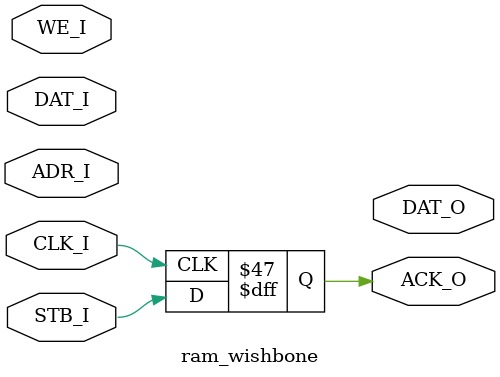
<source format=v>
module ram_wishbone #(parameter ADDRESS_WIDTH=8, DATA_WIDTH=8, DEPTH=256, MEMFILE="") (
	input wire CLK_I,
	input wire STB_I,
	input WE_I,
	input wire [ADDRESS_WIDTH-1:0] ADR_I,
	input wire [DATA_WIDTH-1:0] DAT_I,
	output reg [DATA_WIDTH-1:0] DAT_O,
	output reg ACK_O
	);

	reg [DATA_WIDTH-1:0] memory [0:DEPTH-1];

	initial begin
		if (MEMFILE > 0) begin
			$display("Loading initial memory file: " + MEMFILE);
			$readmemh(MEMFILE, memory);
		end
	end

	always @ (posedge CLK_I) begin
		if (STB_I) begin
			if (WE_I) begin
				memory[address] <= data_in;
			end
			else begin
				data_out <= memory[address];
			end
		end
		ACK_O <= STB_I;
	end
endmodule

</source>
